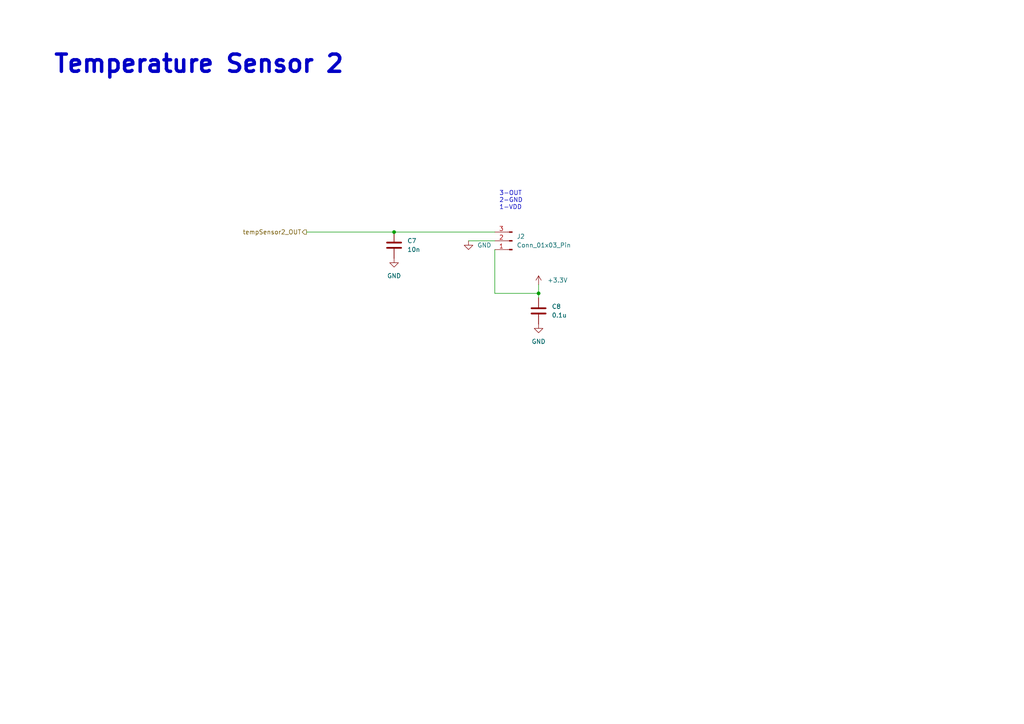
<source format=kicad_sch>
(kicad_sch (version 20230121) (generator eeschema)
  (paper "A4")
  (lib_symbols
    (symbol "Connector:Conn_01x03_Pin" (pin_names (offset 1.016) hide)
      (property "Reference" "J" (at 0 5.08 0))
      (property "Value" "Conn_01x03_Pin" (at 0 -5.08 0))
      (symbol "Conn_01x03_Pin_1_1"
        (polyline (pts (xy 1.27 -2.54) (xy 0.8636 -2.54)) (stroke (width 0.1524)))
        (polyline (pts (xy 1.27 0) (xy 0.8636 0)) (stroke (width 0.1524)))
        (polyline (pts (xy 1.27 2.54) (xy 0.8636 2.54)) (stroke (width 0.1524)))
        (rectangle (start 0.8636 -2.413) (end 0 -2.667) (stroke (width 0.1524)) (fill (type outline)))
        (rectangle (start 0.8636 0.127) (end 0 -0.127) (stroke (width 0.1524)) (fill (type outline)))
        (rectangle (start 0.8636 2.667) (end 0 2.413) (stroke (width 0.1524)) (fill (type outline)))
        (pin passive line (at 5.08 2.54 180) (length 3.81) (name "Pin_1") (number "1"))
        (pin passive line (at 5.08 0 180) (length 3.81) (name "Pin_2") (number "2"))
        (pin passive line (at 5.08 -2.54 180) (length 3.81) (name "Pin_3") (number "3"))
      )
    )
    (symbol "Device:C" (pin_numbers hide) (pin_names (offset 0.254))
      (property "Reference" "C" (at 0.635 2.54 0))
      (property "Value" "C" (at 0.635 -2.54 0))
      (symbol "C_0_1"
        (polyline (pts (xy -2.032 -0.762) (xy 2.032 -0.762)) (stroke (width 0.508)))
        (polyline (pts (xy -2.032 0.762) (xy 2.032 0.762)) (stroke (width 0.508)))
      )
      (symbol "C_1_1"
        (pin passive line (at 0 3.81 270) (length 2.794) (name "~") (number "1"))
        (pin passive line (at 0 -3.81 90) (length 2.794) (name "~") (number "2"))
      )
    )
    (symbol "power:+3.3V" (power) (pin_names (offset 0))
      (property "Value" "+3.3V" (at 0 3.556 0))
      (symbol "+3.3V_0_1"
        (polyline (pts (xy -0.762 1.27) (xy 0 2.54)))
        (polyline (pts (xy 0 0) (xy 0 2.54)))
        (polyline (pts (xy 0 2.54) (xy 0.762 1.27)))
      )
      (symbol "+3.3V_1_1"
        (pin power_in line (at 0 0 90) (length 0) hide (name "+3.3V") (number "1"))
      )
    )
    (symbol "power:GND" (power) (pin_names (offset 0))
      (property "Value" "GND" (at 0 -3.81 0))
      (symbol "GND_0_1"
        (polyline (pts (xy 0 0) (xy 0 -1.27) (xy 1.27 -1.27) (xy 0 -2.54) (xy -1.27 -1.27) (xy 0 -1.27)))
      )
      (symbol "GND_1_1"
        (pin power_in line (at 0 0 270) (length 0) hide (name "GND") (number "1"))
      )
    )
  )
  (junction (at 156.21 85.09))
  (junction (at 114.3 67.31))
  (wire (pts (xy 114.3 67.31) (xy 143.51 67.31)))
  (wire (pts (xy 156.21 85.09) (xy 156.21 86.36)))
  (wire (pts (xy 143.51 85.09) (xy 156.21 85.09)))
  (wire (pts (xy 156.21 82.55) (xy 156.21 85.09)))
  (wire (pts (xy 135.89 69.85) (xy 143.51 69.85)))
  (wire (pts (xy 143.51 72.39) (xy 143.51 85.09)))
  (wire (pts (xy 88.9 67.31) (xy 114.3 67.31)))
  (text "3-OUT\n2-GND\n1-VDD" (at 144.78 60.96 0) (effects (font (size 1.27 1.27)) (justify left bottom)))
  (text "Temperature Sensor 2\n" (at 15.24 21.59 0) (effects (font (size 5 5) (thickness 1) bold) (justify left bottom)))
  (hierarchical_label "tempSensor2_OUT" (shape output) (at 88.9 67.31 180))
  (symbol (lib_id "power:GND") (at 114.3 74.93 0) (unit 1)
    (property "Reference" "#PWR017" (effects hide))
    (property "Value" "GND" (at 114.3 80.01 0))
    (instances (project "Telemetry-Peripheral-SOM-Daughterboard-IMU" (path "" (reference "#PWR017") (unit 1)) (path "" (reference "#PWR04") (unit 1))))
  )
  (symbol (lib_id "power:GND") (at 156.21 93.98 0) (unit 1)
    (property "Reference" "#PWR018" (effects hide))
    (property "Value" "GND" (at 156.21 99.06 0))
    (instances (project "Telemetry-Peripheral-SOM-Daughterboard-IMU" (path "" (reference "#PWR018") (unit 1)) (path "" (reference "#PWR011") (unit 1))))
  )
  (symbol (lib_id "Device:C") (at 114.3 71.12 0) (unit 1)
    (property "Reference" "C7" (at 118.11 69.85 0) (effects (justify left)))
    (property "Value" "10n" (at 118.11 72.39 0) (effects (justify left)))
    (property "Footprint" "Capacitor_SMD:C_0805_2012Metric" (effects hide))
    (instances (project "Telemetry-Peripheral-SOM-Daughterboard-IMU" (path "" (reference "C7") (unit 1)) (path "" (reference "C9") (unit 1))))
  )
  (symbol (lib_id "power:GND") (at 135.89 69.85 0) (unit 1)
    (property "Reference" "#PWR015" (effects hide))
    (property "Value" "GND" (at 138.43 71.12 0) (effects (justify left)))
    (instances (project "Telemetry-Peripheral-SOM-Daughterboard-IMU" (path "" (reference "#PWR015") (unit 1)) (path "" (reference "#PWR05") (unit 1))))
  )
  (symbol (lib_id "Device:C") (at 156.21 90.17 0) (unit 1)
    (property "Reference" "C8" (at 160.02 88.9 0) (effects (justify left)))
    (property "Value" "0.1u" (at 160.02 91.44 0) (effects (justify left)))
    (property "Footprint" "Capacitor_SMD:C_0805_2012Metric" (effects hide))
    (instances (project "Telemetry-Peripheral-SOM-Daughterboard-IMU" (path "" (reference "C8") (unit 1)) (path "" (reference "C10") (unit 1))))
  )
  (symbol (lib_id "Connector:Conn_01x03_Pin") (at 148.59 69.85 180) (unit 1)
    (property "Reference" "J2" (at 149.86 68.58 0) (effects (justify right)))
    (property "Value" "Conn_01x03_Pin" (at 149.86 71.12 0) (effects (justify right)))
    (property "Footprint" "UTSVT_Connectors:Molex_MicroFit3.0_1x3xP3.00mm_PolarizingPeg_Vertical" (effects hide))
    (property "Datasheet" "https://www.molex.com/en-us/products/part-detail/436500315?display=pdf" (effects hide))
    (instances (project "Telemetry-Peripheral-SOM-Daughterboard-IMU" (path "" (reference "J2") (unit 1)) (path "" (reference "J3") (unit 1))))
  )
  (symbol (lib_id "power:+3.3V") (at 156.21 82.55 0) (unit 1)
    (property "Reference" "#PWR016" (effects hide))
    (property "Value" "+3.3V" (at 158.75 81.28 0) (effects (justify left)))
    (instances (project "Telemetry-Peripheral-SOM-Daughterboard-IMU" (path "" (reference "#PWR016") (unit 1)) (path "" (reference "#PWR010") (unit 1))))
  )
)
</source>
